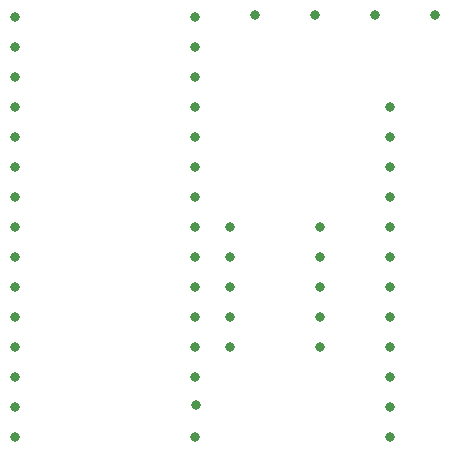
<source format=gbr>
%TF.GenerationSoftware,KiCad,Pcbnew,9.0.0*%
%TF.CreationDate,2025-03-09T19:31:35-07:00*%
%TF.ProjectId,server,73657276-6572-42e6-9b69-6361645f7063,v0.1*%
%TF.SameCoordinates,Original*%
%TF.FileFunction,Plated,1,2,PTH,Drill*%
%TF.FilePolarity,Positive*%
%FSLAX46Y46*%
G04 Gerber Fmt 4.6, Leading zero omitted, Abs format (unit mm)*
G04 Created by KiCad (PCBNEW 9.0.0) date 2025-03-09 19:31:35*
%MOMM*%
%LPD*%
G01*
G04 APERTURE LIST*
%TA.AperFunction,ComponentDrill*%
%ADD10C,0.800000*%
%TD*%
G04 APERTURE END LIST*
D10*
%TO.C,ESP32_Nano1*%
X21590000Y-22860000D03*
X21590000Y-25400000D03*
X21590000Y-27940000D03*
X21590000Y-30480000D03*
X21590000Y-33020000D03*
X21590000Y-35560000D03*
X21590000Y-38100000D03*
X21590000Y-40640000D03*
X21590000Y-43180000D03*
X21590000Y-45720000D03*
X21590000Y-48260000D03*
X21590000Y-50800000D03*
X21590000Y-53340000D03*
X21590000Y-55880000D03*
X21590000Y-58420000D03*
X36830000Y-22860000D03*
X36830000Y-25400000D03*
X36830000Y-27940000D03*
X36830000Y-30480000D03*
X36830000Y-33020000D03*
X36830000Y-35560000D03*
X36830000Y-38100000D03*
X36830000Y-40640000D03*
X36830000Y-43180000D03*
X36830000Y-45720000D03*
X36830000Y-48260000D03*
X36830000Y-50800000D03*
X36830000Y-53340000D03*
X36830000Y-58420000D03*
X36833472Y-55728102D03*
%TO.C,R1*%
X39770000Y-40640000D03*
%TO.C,R2*%
X39770000Y-43180000D03*
%TO.C,R3*%
X39770000Y-45720000D03*
%TO.C,R4*%
X39770000Y-48260000D03*
%TO.C,R5*%
X39770000Y-50800000D03*
%TO.C,2_PIN_CONNECTOR1*%
X41910000Y-22760000D03*
X46990000Y-22760000D03*
%TO.C,R1*%
X47390000Y-40640000D03*
%TO.C,R2*%
X47390000Y-43180000D03*
%TO.C,R3*%
X47390000Y-45720000D03*
%TO.C,R4*%
X47390000Y-48260000D03*
%TO.C,R5*%
X47390000Y-50800000D03*
%TO.C,2_PIN_CONNECTOR2*%
X52070000Y-22760000D03*
%TO.C,RGB_LED_ROUND3*%
X53330000Y-50800000D03*
X53330000Y-53340000D03*
X53330000Y-55880000D03*
X53330000Y-58420000D03*
%TO.C,RGB_LED_ROUND1*%
X53340000Y-30480000D03*
X53340000Y-33020000D03*
X53340000Y-35560000D03*
X53340000Y-38100000D03*
%TO.C,RGB_LED_ROUND2*%
X53340000Y-40640000D03*
X53340000Y-43180000D03*
X53340000Y-45720000D03*
X53340000Y-48260000D03*
%TO.C,2_PIN_CONNECTOR2*%
X57150000Y-22760000D03*
M02*

</source>
